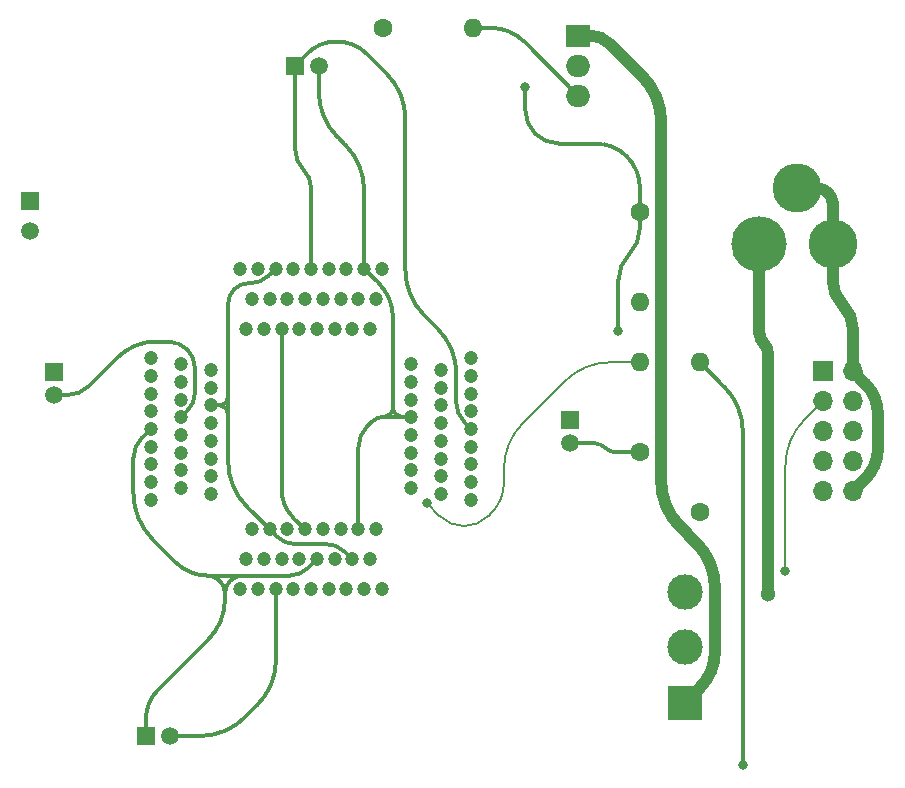
<source format=gbl>
%TF.GenerationSoftware,KiCad,Pcbnew,8.0.7*%
%TF.CreationDate,2025-03-14T10:02:51+02:00*%
%TF.ProjectId,EPM570 Programmer,45504d35-3730-4205-9072-6f6772616d6d,V0*%
%TF.SameCoordinates,Original*%
%TF.FileFunction,Copper,L2,Bot*%
%TF.FilePolarity,Positive*%
%FSLAX46Y46*%
G04 Gerber Fmt 4.6, Leading zero omitted, Abs format (unit mm)*
G04 Created by KiCad (PCBNEW 8.0.7) date 2025-03-14 10:02:51*
%MOMM*%
%LPD*%
G01*
G04 APERTURE LIST*
%TA.AperFunction,ComponentPad*%
%ADD10O,1.600000X1.600000*%
%TD*%
%TA.AperFunction,ComponentPad*%
%ADD11C,1.600000*%
%TD*%
%TA.AperFunction,ComponentPad*%
%ADD12C,1.500000*%
%TD*%
%TA.AperFunction,ComponentPad*%
%ADD13R,1.500000X1.500000*%
%TD*%
%TA.AperFunction,ComponentPad*%
%ADD14C,4.150000*%
%TD*%
%TA.AperFunction,ComponentPad*%
%ADD15C,4.700000*%
%TD*%
%TA.AperFunction,ComponentPad*%
%ADD16C,3.000000*%
%TD*%
%TA.AperFunction,ComponentPad*%
%ADD17R,3.000000X3.000000*%
%TD*%
%TA.AperFunction,ComponentPad*%
%ADD18O,2.000000X1.905000*%
%TD*%
%TA.AperFunction,ComponentPad*%
%ADD19R,2.000000X1.905000*%
%TD*%
%TA.AperFunction,ComponentPad*%
%ADD20O,1.700000X1.700000*%
%TD*%
%TA.AperFunction,ComponentPad*%
%ADD21R,1.700000X1.700000*%
%TD*%
%TA.AperFunction,ComponentPad*%
%ADD22C,1.200000*%
%TD*%
%TA.AperFunction,ViaPad*%
%ADD23C,0.800000*%
%TD*%
%TA.AperFunction,ViaPad*%
%ADD24C,1.300000*%
%TD*%
%TA.AperFunction,Conductor*%
%ADD25C,0.380000*%
%TD*%
%TA.AperFunction,Conductor*%
%ADD26C,1.000000*%
%TD*%
%TA.AperFunction,Conductor*%
%ADD27C,0.200000*%
%TD*%
G04 APERTURE END LIST*
D10*
%TO.P,R1,2*%
%TO.N,/3.3V*%
X44614000Y-4809000D03*
D11*
%TO.P,R1,1*%
%TO.N,Net-(J3-Pin_4)*%
X44614000Y-17509000D03*
%TD*%
D10*
%TO.P,R3,2*%
%TO.N,/TMS*%
X39534000Y271000D03*
D11*
%TO.P,R3,1*%
%TO.N,/3.3V*%
X39534000Y7891000D03*
%TD*%
D10*
%TO.P,R2,2*%
%TO.N,/TCK*%
X39534000Y-4809000D03*
D11*
%TO.P,R2,1*%
%TO.N,/GND*%
X39534000Y-12429000D03*
%TD*%
D10*
%TO.P,R5,2*%
%TO.N,/5V*%
X25400000Y23495000D03*
D11*
%TO.P,R5,1*%
%TO.N,Net-(LED1-K)*%
X17780000Y23495000D03*
%TD*%
D12*
%TO.P,LED1,2,A*%
%TO.N,/GND*%
X-12065000Y6288000D03*
D13*
%TO.P,LED1,1,K*%
%TO.N,Net-(LED1-K)*%
X-12065000Y8828000D03*
%TD*%
D12*
%TO.P,C1,2*%
%TO.N,/GND*%
X12356000Y20320000D03*
D13*
%TO.P,C1,1*%
%TO.N,/VCCINT*%
X10356000Y20320000D03*
%TD*%
D14*
%TO.P,J2,SHL2,GND*%
%TO.N,/GND*%
X55857000Y5207000D03*
%TO.P,J2,SHL1,GND*%
X52857000Y9907000D03*
D15*
%TO.P,J2,INNER,VCC*%
%TO.N,/12V Socket*%
X49657000Y5207000D03*
%TD*%
D16*
%TO.P,S2,3,P2*%
%TO.N,unconnected-(S2-P2-Pad3)*%
X43344000Y-24240000D03*
%TO.P,S2,2,CM*%
%TO.N,/12V Socket*%
X43344000Y-28939000D03*
D17*
%TO.P,S2,1,P1*%
%TO.N,/12V*%
X43344000Y-33638000D03*
%TD*%
D18*
%TO.P,U1,3,OUT*%
%TO.N,/5V*%
X34290000Y17780000D03*
%TO.P,U1,2,GND*%
%TO.N,/GND*%
X34290000Y20320000D03*
D19*
%TO.P,U1,1,IN*%
%TO.N,/12V*%
X34290000Y22860000D03*
%TD*%
D12*
%TO.P,C3,2*%
%TO.N,/GND*%
X33655000Y-11652000D03*
D13*
%TO.P,C3,1*%
%TO.N,/VCCIO*%
X33655000Y-9652000D03*
%TD*%
D20*
%TO.P,J3,10,Pin_10*%
%TO.N,/GND*%
X57568000Y-15731000D03*
%TO.P,J3,9,Pin_9*%
%TO.N,/TDI*%
X55028000Y-15731000D03*
%TO.P,J3,8,Pin_8*%
%TO.N,unconnected-(J3-Pin_8-Pad8)*%
X57568000Y-13191000D03*
%TO.P,J3,7,Pin_7*%
%TO.N,unconnected-(J3-Pin_7-Pad7)*%
X55028000Y-13191000D03*
%TO.P,J3,6,Pin_6*%
%TO.N,unconnected-(J3-Pin_6-Pad6)*%
X57568000Y-10651000D03*
%TO.P,J3,5,Pin_5*%
%TO.N,/TMS*%
X55028000Y-10651000D03*
%TO.P,J3,4,Pin_4*%
%TO.N,Net-(J3-Pin_4)*%
X57568000Y-8111000D03*
%TO.P,J3,3,Pin_3*%
%TO.N,/TDO*%
X55028000Y-8111000D03*
%TO.P,J3,2,Pin_2*%
%TO.N,/GND*%
X57568000Y-5571000D03*
D21*
%TO.P,J3,1,Pin_1*%
%TO.N,/TCK*%
X55028000Y-5571000D03*
%TD*%
D22*
%TO.P,J1,1,1*%
%TO.N,/IO1*%
X-1887000Y-4461000D03*
%TO.P,J1,2,2*%
%TO.N,/IO2*%
X653000Y-4961000D03*
%TO.P,J1,3,3*%
%TO.N,/IO3*%
X3193000Y-5461000D03*
%TO.P,J1,4,4*%
%TO.N,/IO4*%
X-1887000Y-5961000D03*
%TO.P,J1,5,5*%
%TO.N,/IO5*%
X653000Y-6461000D03*
%TO.P,J1,6,6*%
%TO.N,/IO6*%
X3193000Y-6961000D03*
%TO.P,J1,7,7*%
%TO.N,/IO7*%
X-1887000Y-7461000D03*
%TO.P,J1,8,8*%
%TO.N,/IO8*%
X653000Y-7961000D03*
%TO.P,J1,9,9*%
%TO.N,/VCCIO*%
X3193000Y-8461000D03*
%TO.P,J1,10,10*%
%TO.N,/GND*%
X-1887000Y-8961000D03*
%TO.P,J1,11,11*%
X653000Y-9461000D03*
%TO.P,J1,12,12*%
%TO.N,/IO12{slash}GCLK0*%
X3193000Y-9961000D03*
%TO.P,J1,13,13*%
%TO.N,/VCCINT*%
X-1887000Y-10461000D03*
%TO.P,J1,14,14*%
%TO.N,/IO14{slash}GCLK1*%
X653000Y-10961000D03*
%TO.P,J1,15,15*%
%TO.N,/IO15*%
X3193000Y-11461000D03*
%TO.P,J1,16,16*%
%TO.N,/IO16*%
X-1887000Y-11961000D03*
%TO.P,J1,17,17*%
%TO.N,/IO17*%
X653000Y-12461000D03*
%TO.P,J1,18,18*%
%TO.N,/IO18*%
X3193000Y-12961000D03*
%TO.P,J1,19,19*%
%TO.N,/IO19*%
X-1887000Y-13461000D03*
%TO.P,J1,20,20*%
%TO.N,/IO20*%
X653000Y-13961000D03*
%TO.P,J1,21,21*%
%TO.N,/IO21*%
X3193000Y-14461000D03*
%TO.P,J1,22,22*%
%TO.N,/TMS*%
X-1887000Y-14961000D03*
%TO.P,J1,23,23*%
%TO.N,/TDI*%
X653000Y-15461000D03*
%TO.P,J1,24,24*%
%TO.N,/TCK*%
X3193000Y-15961000D03*
%TO.P,J1,25,25*%
%TO.N,/TDO*%
X-1887000Y-16461000D03*
%TO.P,J1,26,26*%
%TO.N,/IO26*%
X5693000Y-24041000D03*
%TO.P,J1,27,27*%
%TO.N,/IO27*%
X6193000Y-21501000D03*
%TO.P,J1,28,28*%
%TO.N,/IO28*%
X6693000Y-18961000D03*
%TO.P,J1,29,29*%
%TO.N,/IO29*%
X7193000Y-24041000D03*
%TO.P,J1,30,30*%
%TO.N,/IO30*%
X7693000Y-21501000D03*
%TO.P,J1,31,31*%
%TO.N,/VCCIO*%
X8193000Y-18961000D03*
%TO.P,J1,32,32*%
%TO.N,/GND*%
X8693000Y-24041000D03*
%TO.P,J1,33,33*%
%TO.N,/IO33*%
X9193000Y-21501000D03*
%TO.P,J1,34,34*%
%TO.N,/IO34*%
X9693000Y-18961000D03*
%TO.P,J1,35,35*%
%TO.N,/IO35*%
X10193000Y-24041000D03*
%TO.P,J1,36,36*%
%TO.N,/IO36*%
X10693000Y-21501000D03*
%TO.P,J1,37,37*%
%TO.N,/GND*%
X11193000Y-18961000D03*
%TO.P,J1,38,38*%
%TO.N,/IO38*%
X11693000Y-24041000D03*
%TO.P,J1,39,39*%
%TO.N,/VCCINT*%
X12193000Y-21501000D03*
%TO.P,J1,40,40*%
%TO.N,/IO40*%
X12693000Y-18961000D03*
%TO.P,J1,41,41*%
%TO.N,/IO41*%
X13193000Y-24041000D03*
%TO.P,J1,42,42*%
%TO.N,/IO42*%
X13693000Y-21501000D03*
%TO.P,J1,43,43*%
%TO.N,/IO43{slash}DEV OE*%
X14193000Y-18961000D03*
%TO.P,J1,44,44*%
%TO.N,/IO44{slash}DEV CLR*%
X14693000Y-24041000D03*
%TO.P,J1,45,45*%
%TO.N,/VCCIO*%
X15193000Y-21501000D03*
%TO.P,J1,46,46*%
%TO.N,/GND*%
X15693000Y-18961000D03*
%TO.P,J1,47,47*%
%TO.N,/IO47*%
X16193000Y-24041000D03*
%TO.P,J1,48,48*%
%TO.N,/IO48*%
X16693000Y-21501000D03*
%TO.P,J1,49,49*%
%TO.N,/IO49*%
X17193000Y-18961000D03*
%TO.P,J1,50,50*%
%TO.N,/IO50*%
X17693000Y-24041000D03*
%TO.P,J1,51,51*%
%TO.N,/IO51*%
X25273000Y-16461000D03*
%TO.P,J1,52,52*%
%TO.N,/IO52*%
X22733000Y-15961000D03*
%TO.P,J1,53,53*%
%TO.N,/IO53*%
X20193000Y-15461000D03*
%TO.P,J1,54,54*%
%TO.N,/IO54*%
X25273000Y-14961000D03*
%TO.P,J1,55,55*%
%TO.N,/IO55*%
X22733000Y-14461000D03*
%TO.P,J1,56,56*%
%TO.N,/IO56*%
X20193000Y-13961000D03*
%TO.P,J1,57,57*%
%TO.N,/IO57*%
X25273000Y-13461000D03*
%TO.P,J1,58,58*%
%TO.N,/IO58*%
X22733000Y-12961000D03*
%TO.P,J1,59,59*%
%TO.N,/VCCIO*%
X20193000Y-12461000D03*
%TO.P,J1,60,60*%
%TO.N,/GND*%
X25273000Y-11961000D03*
%TO.P,J1,61,61*%
%TO.N,/IO61*%
X22733000Y-11461000D03*
%TO.P,J1,62,62*%
%TO.N,/IO62{slash}GCLK2*%
X20193000Y-10961000D03*
%TO.P,J1,63,63*%
%TO.N,/VCCINT*%
X25273000Y-10461000D03*
%TO.P,J1,64,64*%
%TO.N,/IO64{slash}GCLK3*%
X22733000Y-9961000D03*
%TO.P,J1,65,65*%
%TO.N,/GND*%
X20193000Y-9461000D03*
%TO.P,J1,66,66*%
%TO.N,/IO66*%
X25273000Y-8961000D03*
%TO.P,J1,67,67*%
%TO.N,/IO67*%
X22733000Y-8461000D03*
%TO.P,J1,68,68*%
%TO.N,/IO68*%
X20193000Y-7961000D03*
%TO.P,J1,69,69*%
%TO.N,/IO69*%
X25273000Y-7461000D03*
%TO.P,J1,70,70*%
%TO.N,/IO70*%
X22733000Y-6961000D03*
%TO.P,J1,71,71*%
%TO.N,/IO71*%
X20193000Y-6461000D03*
%TO.P,J1,72,72*%
%TO.N,/IO72*%
X25273000Y-5961000D03*
%TO.P,J1,73,73*%
%TO.N,/IO73*%
X22733000Y-5461000D03*
%TO.P,J1,74,74*%
%TO.N,/IO74*%
X20193000Y-4961000D03*
%TO.P,J1,75,75*%
%TO.N,/IO75*%
X25273000Y-4461000D03*
%TO.P,J1,76,76*%
%TO.N,/IO76*%
X17693000Y3119000D03*
%TO.P,J1,77,77*%
%TO.N,/IO77*%
X17193000Y579000D03*
%TO.P,J1,78,78*%
%TO.N,/IO78*%
X16693000Y-1961000D03*
%TO.P,J1,79,79*%
%TO.N,/GND*%
X16193000Y3119000D03*
%TO.P,J1,80,80*%
%TO.N,/VCCIO*%
X15693000Y579000D03*
%TO.P,J1,81,81*%
%TO.N,/IO81*%
X15193000Y-1961000D03*
%TO.P,J1,82,82*%
%TO.N,/IO82*%
X14693000Y3119000D03*
%TO.P,J1,83,83*%
%TO.N,/IO83*%
X14193000Y579000D03*
%TO.P,J1,84,84*%
%TO.N,/IO84*%
X13693000Y-1961000D03*
%TO.P,J1,85,85*%
%TO.N,/IO85*%
X13193000Y3119000D03*
%TO.P,J1,86,86*%
%TO.N,/IO86*%
X12693000Y579000D03*
%TO.P,J1,87,87*%
%TO.N,/IO87*%
X12193000Y-1961000D03*
%TO.P,J1,88,88*%
%TO.N,/VCCINT*%
X11693000Y3119000D03*
%TO.P,J1,89,89*%
%TO.N,/IO89*%
X11193000Y579000D03*
%TO.P,J1,90,90*%
%TO.N,/GND*%
X10693000Y-1961000D03*
%TO.P,J1,91,91*%
%TO.N,/IO91*%
X10193000Y3119000D03*
%TO.P,J1,92,92*%
%TO.N,/IO92*%
X9693000Y579000D03*
%TO.P,J1,93,93*%
%TO.N,/GND*%
X9193000Y-1961000D03*
%TO.P,J1,94,94*%
%TO.N,/VCCIO*%
X8693000Y3119000D03*
%TO.P,J1,95,95*%
%TO.N,/IO95*%
X8193000Y579000D03*
%TO.P,J1,96,96*%
%TO.N,/IO96*%
X7693000Y-1961000D03*
%TO.P,J1,97,97*%
%TO.N,/IO97*%
X7193000Y3119000D03*
%TO.P,J1,98,98*%
%TO.N,/IO98*%
X6693000Y579000D03*
%TO.P,J1,99,99*%
%TO.N,/IO99*%
X6193000Y-1961000D03*
%TO.P,J1,100,100*%
%TO.N,/IO100*%
X5693000Y3119000D03*
%TD*%
D12*
%TO.P,C2,2*%
%TO.N,/GND*%
X-286000Y-36449000D03*
D13*
%TO.P,C2,1*%
%TO.N,/VCCINT*%
X-2286000Y-36449000D03*
%TD*%
D12*
%TO.P,C4,2*%
%TO.N,/GND*%
X-10033000Y-7588000D03*
D13*
%TO.P,C4,1*%
%TO.N,/VCCIO*%
X-10033000Y-5588000D03*
%TD*%
D23*
%TO.N,/TDO*%
X51862000Y-22438300D03*
%TO.N,/TCK*%
X21505400Y-16748800D03*
D24*
%TO.N,/12V Socket*%
X50376500Y-24385200D03*
D23*
%TO.N,/3.3V*%
X29845000Y18542000D03*
X48260000Y-38862000D03*
X37719000Y-2159000D03*
%TD*%
D25*
%TO.N,/3.3V*%
X38626500Y4336500D02*
G75*
G03*
X37719000Y2145601I2190900J-2190900D01*
G01*
X38436000Y12618000D02*
G75*
G02*
X39533997Y9967193I-2650800J-2650800D01*
G01*
X39534000Y6527398D02*
G75*
G02*
X38626500Y4336500I-3098400J2D01*
G01*
X30670500Y14541500D02*
G75*
G03*
X32663433Y13716014I1992900J1992900D01*
G01*
X38436000Y12618000D02*
G75*
G03*
X35785193Y13715997I-2650800J-2650800D01*
G01*
X46666207Y-6861207D02*
G75*
G02*
X48260011Y-10708963I-3847807J-3847793D01*
G01*
X29845000Y16534433D02*
G75*
G03*
X30670490Y14541490I2818400J-33D01*
G01*
%TO.N,/5V*%
X29697532Y22372467D02*
G75*
G03*
X26987500Y23494989I-2710032J-2710067D01*
G01*
%TO.N,/VCCINT*%
X4408000Y-24866000D02*
G75*
G02*
X2990250Y-28288749I-4840507J5D01*
G01*
X11024500Y11558000D02*
G75*
G02*
X11692999Y9944098I-1613900J-1613900D01*
G01*
X11513000Y-22181000D02*
G75*
G02*
X9871334Y-22861014I-1641700J1641700D01*
G01*
X16420235Y21298764D02*
G75*
G03*
X13877500Y22351991I-2542735J-2542764D01*
G01*
X282369Y-21783369D02*
G75*
G03*
X2884000Y-22860998I2601631J2601639D01*
G01*
X22409207Y-1962207D02*
G75*
G02*
X24003011Y-5809963I-3847807J-3847793D01*
G01*
X18091207Y19627792D02*
G75*
G02*
X19685001Y15780036I-3847767J-3847762D01*
G01*
X19685000Y3015963D02*
G75*
G03*
X21278792Y-831792I5441540J-3D01*
G01*
X13824840Y22352000D02*
G75*
G03*
X11372000Y21336000I0J-3468840D01*
G01*
X4408000Y-24385000D02*
G75*
G03*
X2884000Y-22861000I-1524000J0D01*
G01*
X5932000Y-22861000D02*
G75*
G03*
X4408000Y-24385000I0J-1524000D01*
G01*
X24003000Y-8292974D02*
G75*
G03*
X24637992Y-9826008I2168000J-26D01*
G01*
X10356000Y13171901D02*
G75*
G03*
X11024499Y11557999I2282400J-1D01*
G01*
X-1266352Y-32545352D02*
G75*
G03*
X-2285999Y-35007000I2461652J-2461648D01*
G01*
X-2613000Y-11187000D02*
G75*
G03*
X-3339000Y-12939719I1752726J-1752722D01*
G01*
X-3339000Y-15908036D02*
G75*
G03*
X-1745206Y-19755791I5441560J6D01*
G01*
X2884000Y-22861000D02*
X5932000Y-22861000D01*
D26*
%TO.N,/GND*%
X55487000Y9537000D02*
G75*
G03*
X54593740Y9907017I-893300J-893300D01*
G01*
X55487000Y9537000D02*
G75*
G02*
X55857017Y8643740I-893300J-893300D01*
G01*
D25*
X1203400Y-3712600D02*
G75*
G03*
X-401086Y-3048000I-1604483J-1604478D01*
G01*
X17952000Y-9398000D02*
G75*
G03*
X18632000Y-8718000I0J680000D01*
G01*
X18632000Y-8718000D02*
G75*
G03*
X19312000Y-9398000I680000J0D01*
G01*
D26*
X55857000Y2121859D02*
G75*
G03*
X56712512Y56512I2920900J41D01*
G01*
D25*
X8730000Y-29988036D02*
G75*
G02*
X7136204Y-33835790I-5441550J6D01*
G01*
D26*
X59690000Y-12108519D02*
G75*
G02*
X58628994Y-14669994I-3622500J19D01*
G01*
D25*
X14599206Y13594792D02*
G75*
G02*
X16193003Y9747036I-3847756J-3847762D01*
G01*
X-1399600Y-3048000D02*
G75*
G03*
X-4708655Y-4418655I-2J-4679707D01*
G01*
X36583500Y-12040500D02*
G75*
G03*
X37521421Y-12428991I937900J937900D01*
G01*
X36583500Y-12040500D02*
G75*
G03*
X35645578Y-11652009I-937900J-937900D01*
G01*
X-7116092Y-6826092D02*
G75*
G02*
X-8955500Y-7588000I-1839410J1839411D01*
G01*
X1868000Y-7386865D02*
G75*
G02*
X1260500Y-8853500I-2074146J4D01*
G01*
X12356000Y18079000D02*
G75*
G03*
X13940624Y14253371I5410240J-10D01*
G01*
X16482499Y-10187499D02*
G75*
G03*
X15693008Y-12093521I1906001J-1906001D01*
G01*
X9193000Y-15546786D02*
G75*
G03*
X10192999Y-17961001I3414210J-4D01*
G01*
X17412500Y1899500D02*
G75*
G02*
X18631986Y-1044633I-2944100J-2944100D01*
G01*
D26*
X56712500Y56500D02*
G75*
G02*
X57568017Y-2008859I-2065400J-2065400D01*
G01*
D25*
X6116792Y-34855207D02*
G75*
G02*
X2269036Y-36449001I-3847762J3847767D01*
G01*
D26*
X58629000Y-6632000D02*
G75*
G02*
X59690008Y-9193480I-2561500J-2561500D01*
G01*
D25*
X17952000Y-9398000D02*
G75*
G03*
X16791160Y-9878825I0J-1641700D01*
G01*
X1203400Y-3712600D02*
G75*
G02*
X1868000Y-5317086I-1604485J-1604486D01*
G01*
X19312000Y-9398000D02*
X17952000Y-9398000D01*
%TO.N,/VCCIO*%
X3933650Y-8461000D02*
G75*
G03*
X4674300Y-7720350I0J740650D01*
G01*
X4674300Y-9201650D02*
G75*
G03*
X3933650Y-8461000I-740650J0D01*
G01*
X8086000Y2512000D02*
G75*
G02*
X6620572Y1904999I-1465430J1465430D01*
G01*
X6450886Y1905000D02*
G75*
G03*
X5194654Y1384646I14J-1776600D01*
G01*
X5194650Y1384650D02*
G75*
G03*
X4674294Y128413I1256250J-1256250D01*
G01*
X8809000Y-19577000D02*
G75*
G03*
X10296155Y-20193002I1487160J1487160D01*
G01*
X14539000Y-20847000D02*
G75*
G03*
X12960104Y-20192998I-1578900J-1578900D01*
G01*
X4674300Y-13188336D02*
G75*
G03*
X6268092Y-17036092I5441552J1D01*
G01*
X4674300Y-7720350D02*
X4674300Y-9201650D01*
D26*
%TO.N,/12V*%
X41335700Y-14857936D02*
G75*
G03*
X42929490Y-18705694I5441550J-4D01*
G01*
X36999407Y22152292D02*
G75*
G03*
X35290850Y22860025I-1708607J-1708592D01*
G01*
X44300207Y-20076407D02*
G75*
G02*
X45894011Y-23924163I-3847807J-3847793D01*
G01*
X45894000Y-29284877D02*
G75*
G02*
X44619007Y-32363007I-4353100J-23D01*
G01*
X39741907Y19409792D02*
G75*
G02*
X41335710Y15562036I-3847807J-3847792D01*
G01*
%TO.N,/12V Socket*%
X49657000Y-2327736D02*
G75*
G03*
X50016761Y-3196239I1228300J36D01*
G01*
X50016750Y-3196250D02*
G75*
G02*
X50376515Y-4064763I-868550J-868550D01*
G01*
D27*
%TO.N,/TCK*%
X26735225Y-17805774D02*
G75*
G02*
X24648800Y-18669985I-2086425J2086474D01*
G01*
X29623792Y-9964207D02*
G75*
G03*
X28029959Y-13811963I3847708J-3847793D01*
G01*
X28030000Y-14984356D02*
G75*
G02*
X26950503Y-17590503I-3685650J-4D01*
G01*
X22562374Y-17805774D02*
G75*
G03*
X24648800Y-18669986I2086426J2086474D01*
G01*
X37032963Y-4809000D02*
G75*
G03*
X33185236Y-6402821I37J-5441500D01*
G01*
%TO.N,/TDO*%
X53445000Y-9694000D02*
G75*
G03*
X51862000Y-13515700I3821700J-3821700D01*
G01*
D25*
%TO.N,/VCCIO*%
X8193000Y-18961000D02*
X8809000Y-19577000D01*
X8193000Y-18961000D02*
X6268092Y-17036092D01*
X4674300Y-9201650D02*
X4674300Y-13188336D01*
X10296155Y-20193000D02*
X12960104Y-20193000D01*
X14539000Y-20847000D02*
X15193000Y-21501000D01*
%TO.N,/5V*%
X29697532Y22372467D02*
X34290000Y17780000D01*
X26987500Y23495000D02*
X25400000Y23495000D01*
%TO.N,/GND*%
X-8955500Y-7588000D02*
X-10033000Y-7588000D01*
X-4708655Y-4418655D02*
X-7116092Y-6826092D01*
X-401086Y-3048000D02*
X-1399600Y-3048000D01*
X1260500Y-8853500D02*
X653000Y-9461000D01*
X1868000Y-7386865D02*
X1868000Y-5317086D01*
X20085452Y-9398000D02*
X19312000Y-9398000D01*
X18632000Y-8718000D02*
X18632000Y-1044633D01*
X16193000Y3119000D02*
X17412500Y1899500D01*
%TO.N,/VCCIO*%
X3933650Y-8461000D02*
X3193000Y-8461000D01*
X4674300Y-7720350D02*
X4674300Y128413D01*
X8086000Y2512000D02*
X8693000Y3119000D01*
X6620572Y1905000D02*
X6450886Y1905000D01*
%TO.N,/3.3V*%
X39534000Y9967193D02*
X39534000Y7891000D01*
X32663433Y13716000D02*
X35785193Y13716000D01*
X29845000Y16534433D02*
X29845000Y18542000D01*
X37719000Y2145601D02*
X37719000Y-2159000D01*
X39534000Y6527398D02*
X39534000Y7891000D01*
%TO.N,/GND*%
X9193000Y-15546786D02*
X9193000Y-1961000D01*
D26*
X58629000Y-14670000D02*
X57568000Y-15731000D01*
X57568000Y-5571000D02*
X57568000Y-2008859D01*
D25*
X14599206Y13594792D02*
X13940626Y14253373D01*
X2269036Y-36449000D02*
X-286000Y-36449000D01*
X16193000Y9747036D02*
X16193000Y3119000D01*
D26*
X54593740Y9907000D02*
X52857000Y9907000D01*
X55857000Y8643740D02*
X55857000Y5207000D01*
D25*
X8730000Y-29988036D02*
X8730000Y-24078000D01*
D26*
X59690000Y-12108519D02*
X59690000Y-9193480D01*
D25*
X12356000Y18079000D02*
X12356000Y20320000D01*
D26*
X55857000Y5207000D02*
X55857000Y2121859D01*
D25*
X7136206Y-33835792D02*
X6116792Y-34855207D01*
D26*
X57568000Y-5571000D02*
X58629000Y-6632000D01*
D25*
X37521421Y-12429000D02*
X39534000Y-12429000D01*
X10193000Y-17961000D02*
X11193000Y-18961000D01*
X35645578Y-11652000D02*
X33655000Y-11652000D01*
D27*
%TO.N,/TDO*%
X51862000Y-13515700D02*
X51862000Y-22438300D01*
X53445000Y-9694000D02*
X55028000Y-8111000D01*
%TO.N,/TCK*%
X21505400Y-16748800D02*
X22562374Y-17805774D01*
X26735225Y-17805774D02*
X26950500Y-17590500D01*
X37032963Y-4809000D02*
X39534000Y-4809000D01*
X28030000Y-13811963D02*
X28030000Y-14984356D01*
X29623792Y-9964207D02*
X33185207Y-6402792D01*
D25*
%TO.N,/VCCINT*%
X22409207Y-1962207D02*
X21278792Y-831792D01*
X16420235Y21298764D02*
X18091207Y19627792D01*
X4408000Y-24866000D02*
X4408000Y-24385000D01*
X2990250Y-28288749D02*
X-1266352Y-32545352D01*
X-2286000Y-35007000D02*
X-2286000Y-36449000D01*
X24003000Y-5809963D02*
X24003000Y-8292974D01*
X11513000Y-22181000D02*
X12193000Y-21501000D01*
X282369Y-21783369D02*
X-1745207Y-19755792D01*
X9871334Y-22861000D02*
X5932000Y-22861000D01*
X-3339000Y-12939719D02*
X-3339000Y-15908036D01*
X10356000Y13171901D02*
X10356000Y20320000D01*
X24638000Y-9826000D02*
X25273000Y-10461000D01*
X11693000Y9944098D02*
X11693000Y3119000D01*
X-2613000Y-11187000D02*
X-1887000Y-10461000D01*
X11372000Y21336000D02*
X10356000Y20320000D01*
X13877500Y22352000D02*
X13824840Y22352000D01*
X19685000Y15780036D02*
X19685000Y3015963D01*
D26*
%TO.N,/12V Socket*%
X49657000Y-2327736D02*
X49657000Y5207000D01*
X50376500Y-24385200D02*
X50376500Y-4064763D01*
%TO.N,/12V*%
X35290850Y22860000D02*
X34290000Y22860000D01*
X45894000Y-23924163D02*
X45894000Y-29284877D01*
X44619000Y-32363000D02*
X43344000Y-33638000D01*
X42929492Y-18705692D02*
X44300207Y-20076407D01*
X36999407Y22152292D02*
X39741907Y19409792D01*
X41335700Y-14857936D02*
X41335700Y15562036D01*
D25*
%TO.N,/3.3V*%
X46666207Y-6861207D02*
X44614000Y-4809000D01*
X48260000Y-10708963D02*
X48260000Y-38862000D01*
%TO.N,/GND*%
X15693000Y-12093521D02*
X15693000Y-18961000D01*
X16482499Y-10187499D02*
X16791167Y-9878832D01*
%TD*%
M02*

</source>
